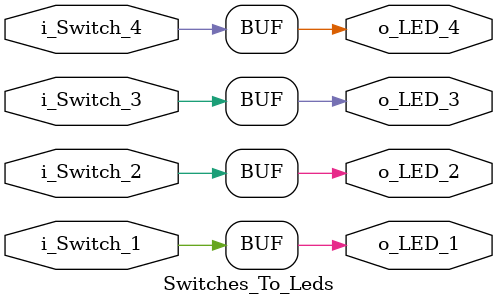
<source format=v>
module Switches_To_Leds (
    input i_Switch_1,
    input i_Switch_2,
    input i_Switch_3,
    input i_Switch_4,
    output o_LED_1,
    output o_LED_2,
    output o_LED_3,
    output o_LED_4);
    
assign o_LED_1 = i_Switch_1;
assign o_LED_2 = i_Switch_2;
assign o_LED_3 = i_Switch_3;
assign o_LED_4 = i_Switch_4;
    
endmodule
</source>
